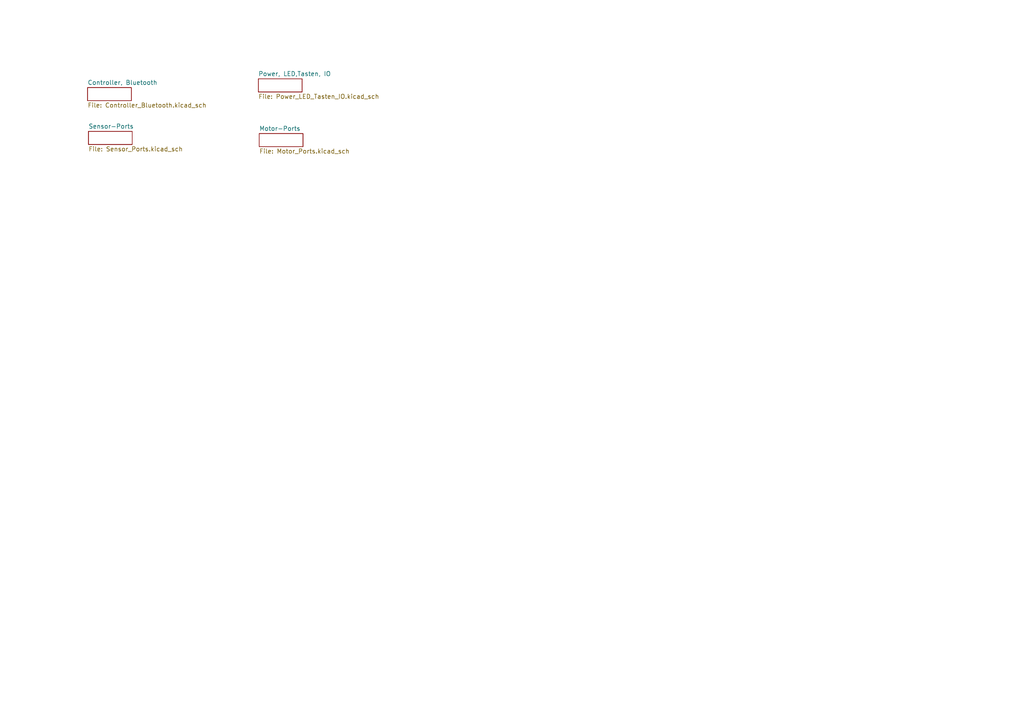
<source format=kicad_sch>
(kicad_sch (version 20230121) (generator eeschema)
  (paper "A4")
  (title_block (title "Open Robotic Board (ORB)") (date "2024-02-01") (rev "01.00-98") (company "Thomas Breuer (Hochschule Bonn-Rhein-Sieg)") (comment 1 "Overview"))
  (lib_symbols)
  (sheet (at 25.4 25.4) (size 12.7 3.81)
    (property "Sheetname" "Controller, Bluetooth" (at 25.4 24.6884 0) (effects (justify left bottom)))
    (property "Sheetfile" "Controller_Bluetooth.kicad_sch" (at 25.4 29.7946 0) (effects (justify left top)))
  )
  (sheet (at 25.654 38.1) (size 12.7 3.81)
    (property "Sheetname" "Sensor-Ports" (at 25.654 37.3884 0) (effects (justify left bottom)))
    (property "Sheetfile" "Sensor_Ports.kicad_sch" (at 25.654 42.4946 0) (effects (justify left top)))
  )
  (sheet (at 74.93 22.86) (size 12.7 3.81)
    (property "Sheetname" "Power, LED,Tasten, IO" (at 74.93 22.1484 0) (effects (justify left bottom)))
    (property "Sheetfile" "Power_LED_Tasten_IO.kicad_sch" (at 74.93 27.2546 0) (effects (justify left top)))
  )
  (sheet (at 75.184 38.735) (size 12.7 3.81)
    (property "Sheetname" "Motor-Ports" (at 75.184 38.0234 0) (effects (justify left bottom)))
    (property "Sheetfile" "Motor_Ports.kicad_sch" (at 75.184 43.1296 0) (effects (justify left top)))
  )
)
</source>
